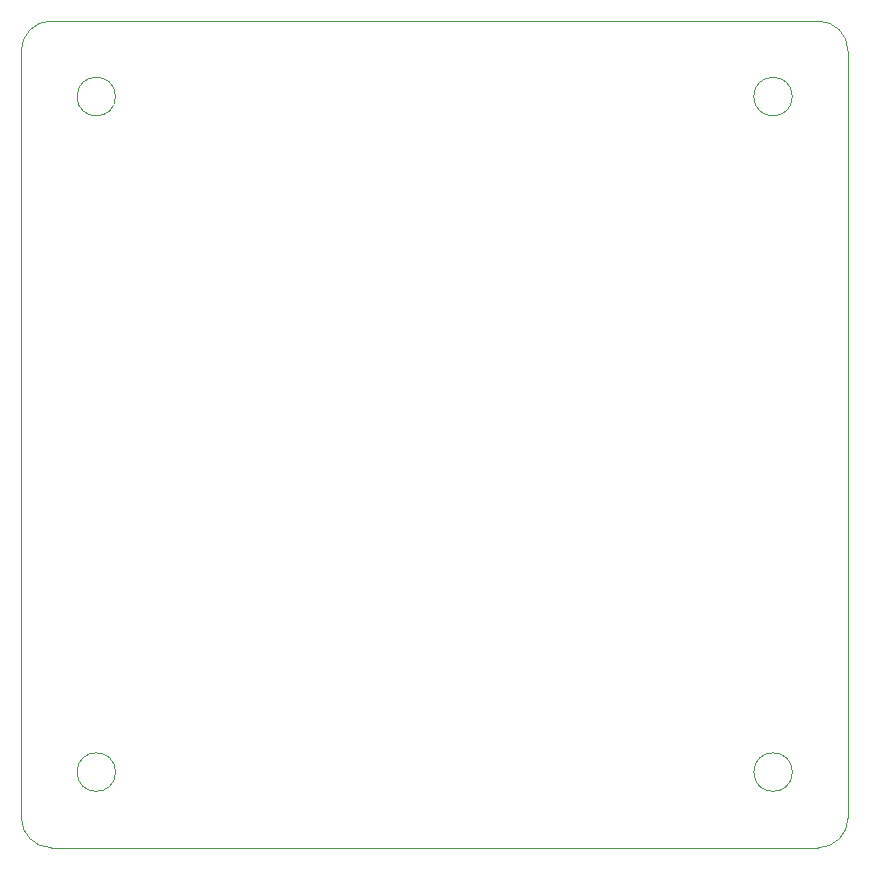
<source format=gbr>
G04 #@! TF.FileFunction,Profile,NP*
%FSLAX46Y46*%
G04 Gerber Fmt 4.6, Leading zero omitted, Abs format (unit mm)*
G04 Created by KiCad (PCBNEW 4.0.7) date 11/20/17 16:46:11*
%MOMM*%
%LPD*%
G01*
G04 APERTURE LIST*
%ADD10C,0.100000*%
G04 APERTURE END LIST*
D10*
X188356000Y-124228000D02*
G75*
G02X185816000Y-126768000I-2540000J0D01*
G01*
X185816000Y-56768000D02*
G75*
G02X188356000Y-59308000I0J-2540000D01*
G01*
X118356000Y-59308000D02*
G75*
G02X120896000Y-56768000I2540000J0D01*
G01*
X120896000Y-126768000D02*
G75*
G02X118356000Y-124228000I0J2540000D01*
G01*
X120896000Y-126768000D02*
X185816000Y-126768000D01*
X188356000Y-124228000D02*
X188356000Y-59308000D01*
X185816000Y-56768000D02*
X120896000Y-56768000D01*
X118356000Y-59308000D02*
X118356000Y-124228000D01*
X126337950Y-63169941D02*
G75*
G03X126337950Y-63169941I-1631950J0D01*
G01*
X126337950Y-120366059D02*
G75*
G03X126337950Y-120366059I-1631950J0D01*
G01*
X183637950Y-120366059D02*
G75*
G03X183637950Y-120366059I-1631950J0D01*
G01*
X183637950Y-63169941D02*
G75*
G03X183637950Y-63169941I-1631950J0D01*
G01*
M02*

</source>
